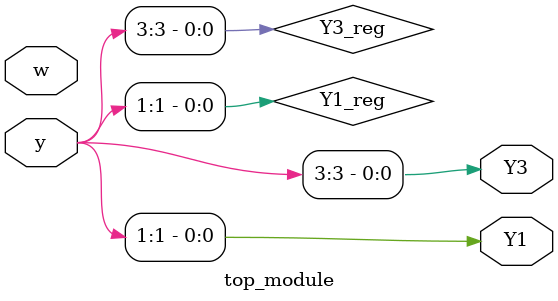
<source format=sv>
module top_module (
    input [5:0] y,
    input w,
    output Y1,
    output Y3
);

reg Y1_reg, Y3_reg;
assign Y1 = Y1_reg;
assign Y3 = Y3_reg;

always @(y) begin
    Y1_reg = y[1];
    Y3_reg = y[3];
end

endmodule

</source>
